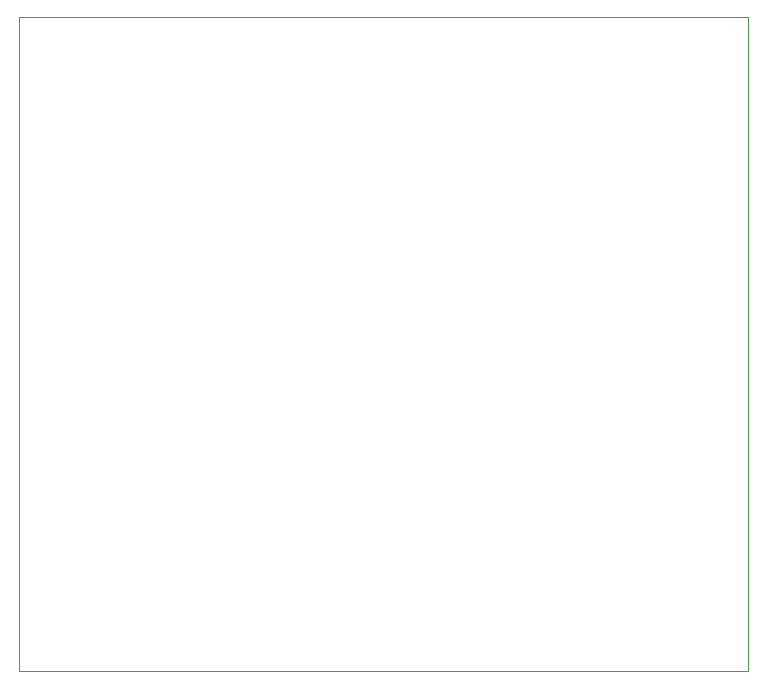
<source format=gbr>
%TF.GenerationSoftware,KiCad,Pcbnew,7.0.9*%
%TF.CreationDate,2024-01-11T23:07:39-06:00*%
%TF.ProjectId,CoCo-FujiNet-Rev0,436f436f-2d46-4756-9a69-4e65742d5265,rev?*%
%TF.SameCoordinates,Original*%
%TF.FileFunction,Profile,NP*%
%FSLAX46Y46*%
G04 Gerber Fmt 4.6, Leading zero omitted, Abs format (unit mm)*
G04 Created by KiCad (PCBNEW 7.0.9) date 2024-01-11 23:07:39*
%MOMM*%
%LPD*%
G01*
G04 APERTURE LIST*
%TA.AperFunction,Profile*%
%ADD10C,0.100000*%
%TD*%
G04 APERTURE END LIST*
D10*
X125730000Y-53467000D02*
X187452000Y-53467000D01*
X187452000Y-108839000D01*
X125730000Y-108839000D01*
X125730000Y-53467000D01*
M02*

</source>
